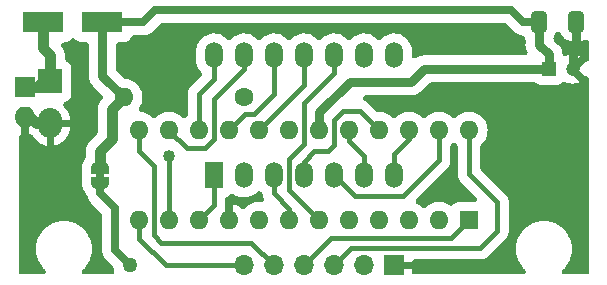
<source format=gbr>
G04 #@! TF.GenerationSoftware,KiCad,Pcbnew,(5.99.0-12936-g328d3d0d77)*
G04 #@! TF.CreationDate,2021-10-24T19:14:53+02:00*
G04 #@! TF.ProjectId,FSP-Display6S,4653502d-4469-4737-906c-617936532e6b,v1.0*
G04 #@! TF.SameCoordinates,Original*
G04 #@! TF.FileFunction,Copper,L2,Bot*
G04 #@! TF.FilePolarity,Positive*
%FSLAX46Y46*%
G04 Gerber Fmt 4.6, Leading zero omitted, Abs format (unit mm)*
G04 Created by KiCad (PCBNEW (5.99.0-12936-g328d3d0d77)) date 2021-10-24 19:14:53*
%MOMM*%
%LPD*%
G01*
G04 APERTURE LIST*
G04 Aperture macros list*
%AMRoundRect*
0 Rectangle with rounded corners*
0 $1 Rounding radius*
0 $2 $3 $4 $5 $6 $7 $8 $9 X,Y pos of 4 corners*
0 Add a 4 corners polygon primitive as box body*
4,1,4,$2,$3,$4,$5,$6,$7,$8,$9,$2,$3,0*
0 Add four circle primitives for the rounded corners*
1,1,$1+$1,$2,$3*
1,1,$1+$1,$4,$5*
1,1,$1+$1,$6,$7*
1,1,$1+$1,$8,$9*
0 Add four rect primitives between the rounded corners*
20,1,$1+$1,$2,$3,$4,$5,0*
20,1,$1+$1,$4,$5,$6,$7,0*
20,1,$1+$1,$6,$7,$8,$9,0*
20,1,$1+$1,$8,$9,$2,$3,0*%
%AMFreePoly0*
4,1,22,0.500000,-0.750000,0.000000,-0.750000,0.000000,-0.745033,-0.079941,-0.743568,-0.215256,-0.701293,-0.333266,-0.622738,-0.424486,-0.514219,-0.481581,-0.384460,-0.499164,-0.250000,-0.500000,-0.250000,-0.500000,0.250000,-0.499164,0.250000,-0.499963,0.256109,-0.478152,0.396186,-0.417904,0.524511,-0.324060,0.630769,-0.204165,0.706417,-0.067858,0.745374,0.000000,0.744959,0.000000,0.750000,
0.500000,0.750000,0.500000,-0.750000,0.500000,-0.750000,$1*%
%AMFreePoly1*
4,1,20,0.000000,0.744959,0.073905,0.744508,0.209726,0.703889,0.328688,0.626782,0.421226,0.519385,0.479903,0.390333,0.500000,0.250000,0.500000,-0.250000,0.499851,-0.262216,0.476331,-0.402017,0.414519,-0.529596,0.319384,-0.634700,0.198574,-0.708877,0.061801,-0.746166,0.000000,-0.745033,0.000000,-0.750000,-0.500000,-0.750000,-0.500000,0.750000,0.000000,0.750000,0.000000,0.744959,
0.000000,0.744959,$1*%
G04 Aperture macros list end*
G04 #@! TA.AperFunction,ComponentPad*
%ADD10R,1.501140X2.199640*%
G04 #@! TD*
G04 #@! TA.AperFunction,ComponentPad*
%ADD11O,1.501140X2.199640*%
G04 #@! TD*
G04 #@! TA.AperFunction,ComponentPad*
%ADD12C,1.600000*%
G04 #@! TD*
G04 #@! TA.AperFunction,ComponentPad*
%ADD13O,1.600000X1.600000*%
G04 #@! TD*
G04 #@! TA.AperFunction,ComponentPad*
%ADD14R,1.778000X1.778000*%
G04 #@! TD*
G04 #@! TA.AperFunction,ComponentPad*
%ADD15O,1.778000X1.778000*%
G04 #@! TD*
G04 #@! TA.AperFunction,ComponentPad*
%ADD16R,1.200000X1.200000*%
G04 #@! TD*
G04 #@! TA.AperFunction,ComponentPad*
%ADD17C,1.200000*%
G04 #@! TD*
G04 #@! TA.AperFunction,ComponentPad*
%ADD18R,1.600000X1.600000*%
G04 #@! TD*
G04 #@! TA.AperFunction,SMDPad,CuDef*
%ADD19R,3.500000X1.800000*%
G04 #@! TD*
G04 #@! TA.AperFunction,SMDPad,CuDef*
%ADD20RoundRect,0.250000X-0.412500X-0.650000X0.412500X-0.650000X0.412500X0.650000X-0.412500X0.650000X0*%
G04 #@! TD*
G04 #@! TA.AperFunction,ComponentPad*
%ADD21R,1.700000X1.700000*%
G04 #@! TD*
G04 #@! TA.AperFunction,ComponentPad*
%ADD22O,1.700000X1.700000*%
G04 #@! TD*
G04 #@! TA.AperFunction,SMDPad,CuDef*
%ADD23FreePoly0,90.000000*%
G04 #@! TD*
G04 #@! TA.AperFunction,SMDPad,CuDef*
%ADD24FreePoly1,90.000000*%
G04 #@! TD*
G04 #@! TA.AperFunction,ComponentPad*
%ADD25R,2.032000X2.032000*%
G04 #@! TD*
G04 #@! TA.AperFunction,ComponentPad*
%ADD26O,2.032000X2.540000*%
G04 #@! TD*
G04 #@! TA.AperFunction,ViaPad*
%ADD27C,1.016000*%
G04 #@! TD*
G04 #@! TA.AperFunction,ViaPad*
%ADD28C,1.270000*%
G04 #@! TD*
G04 #@! TA.AperFunction,Conductor*
%ADD29C,0.635000*%
G04 #@! TD*
G04 #@! TA.AperFunction,Conductor*
%ADD30C,0.762000*%
G04 #@! TD*
G04 #@! TA.AperFunction,Conductor*
%ADD31C,0.889000*%
G04 #@! TD*
G04 #@! TA.AperFunction,Conductor*
%ADD32C,0.381000*%
G04 #@! TD*
G04 APERTURE END LIST*
G36*
X49068000Y-43430000D02*
G01*
X48468000Y-43430000D01*
X48468000Y-42930000D01*
X49068000Y-42930000D01*
X49068000Y-43430000D01*
G37*
D10*
X58420000Y-43180000D03*
D11*
X60960000Y-43180000D03*
X63500000Y-43180000D03*
X66040000Y-43180000D03*
X68580000Y-43180000D03*
X71120000Y-43180000D03*
X73660000Y-43180000D03*
X73660000Y-33020000D03*
X71120000Y-33020000D03*
X68580000Y-33020000D03*
X66040000Y-33020000D03*
X63500000Y-33020000D03*
X60960000Y-33020000D03*
X58420000Y-33020000D03*
D12*
X60960000Y-36576000D03*
D13*
X50800000Y-36576000D03*
D14*
X42418000Y-35687000D03*
D15*
X42418000Y-38227000D03*
D16*
X86784409Y-34163000D03*
D17*
X88784409Y-34163000D03*
D18*
X80015000Y-46980000D03*
D13*
X77475000Y-46980000D03*
X74935000Y-46980000D03*
X72395000Y-46980000D03*
X69855000Y-46980000D03*
X67315000Y-46980000D03*
X64775000Y-46980000D03*
X62235000Y-46980000D03*
X59695000Y-46980000D03*
X57155000Y-46980000D03*
X54615000Y-46980000D03*
X52075000Y-46980000D03*
X52075000Y-39360000D03*
X54615000Y-39360000D03*
X57155000Y-39360000D03*
X59695000Y-39360000D03*
X62235000Y-39360000D03*
X64775000Y-39360000D03*
X67315000Y-39360000D03*
X69855000Y-39360000D03*
X72395000Y-39360000D03*
X74935000Y-39360000D03*
X77475000Y-39360000D03*
X80015000Y-39360000D03*
D19*
X48982000Y-30226000D03*
X43982000Y-30226000D03*
D20*
X85940500Y-30226000D03*
X89065500Y-30226000D03*
D21*
X73660000Y-50800000D03*
D22*
X71120000Y-50800000D03*
X68580000Y-50800000D03*
X66040000Y-50800000D03*
X63500000Y-50800000D03*
X60960000Y-50800000D03*
D23*
X48768000Y-43830000D03*
D24*
X48768000Y-42530000D03*
D25*
X44577000Y-35204400D03*
D26*
X44577000Y-38777000D03*
D27*
X54610000Y-41529000D03*
X79121000Y-44323000D03*
X51054000Y-32893000D03*
X82804000Y-32385000D03*
D28*
X51308000Y-50800000D03*
D29*
X84582000Y-30226000D02*
X85940500Y-30226000D01*
X48982000Y-30226000D02*
X52451000Y-30226000D01*
D30*
X69913500Y-35242500D02*
X67315000Y-37841000D01*
X48982000Y-34758003D02*
X50799998Y-36576001D01*
D31*
X50799998Y-36576002D02*
X49784000Y-37592000D01*
D29*
X52451000Y-30226000D02*
X53467000Y-29210000D01*
D30*
X48982000Y-30226000D02*
X48982000Y-34758003D01*
X75120500Y-35242500D02*
X69913500Y-35242500D01*
D31*
X49784000Y-37592000D02*
X49784000Y-40132000D01*
D29*
X83566000Y-29210000D02*
X84582000Y-30226000D01*
D30*
X76200000Y-34163000D02*
X75120500Y-35242500D01*
X85940500Y-32092500D02*
X85940500Y-30226000D01*
X86784401Y-34163000D02*
X86784401Y-32936401D01*
X86784401Y-34163000D02*
X76200000Y-34163000D01*
D31*
X48768000Y-41148000D02*
X48768000Y-42530000D01*
D30*
X67315000Y-37841000D02*
X67315000Y-39360000D01*
D31*
X49784000Y-40132000D02*
X48768000Y-41148000D01*
D30*
X86784401Y-32936401D02*
X85940500Y-32092500D01*
D29*
X53467000Y-29210000D02*
X83566000Y-29210000D01*
D32*
X53340000Y-48260000D02*
X53340000Y-42408000D01*
X53340000Y-42408000D02*
X52075000Y-41143000D01*
X61595000Y-48895000D02*
X53975000Y-48895000D01*
X52075000Y-41143000D02*
X52075000Y-39360000D01*
X53975000Y-48895000D02*
X53340000Y-48260000D01*
X63500000Y-50800000D02*
X61595000Y-48895000D01*
X78486000Y-48514000D02*
X68326000Y-48514000D01*
X80015000Y-46985000D02*
X78486000Y-48514000D01*
X68326000Y-48514000D02*
X66040000Y-50800000D01*
X54610000Y-41529000D02*
X54610000Y-46975000D01*
X64770000Y-41783000D02*
X66040000Y-40513000D01*
X68580000Y-34544000D02*
X68580000Y-33020000D01*
X64770000Y-44450000D02*
X64770000Y-41783000D01*
X66040000Y-37084000D02*
X68580000Y-34544000D01*
X67300000Y-46980000D02*
X64770000Y-44450000D01*
X66040000Y-40513000D02*
X66040000Y-37084000D01*
X64775000Y-46980000D02*
X64775000Y-45979000D01*
X63500000Y-44704000D02*
X63500000Y-43180000D01*
X64775000Y-45979000D02*
X63500000Y-44704000D01*
X58420000Y-43180000D02*
X58420000Y-45715000D01*
X58420000Y-45715000D02*
X57155000Y-46980000D01*
X52075000Y-46980000D02*
X52075000Y-48519000D01*
X54356000Y-50800000D02*
X60960000Y-50800000D01*
X52075000Y-48519000D02*
X54356000Y-50800000D01*
X58420000Y-40132000D02*
X58420000Y-36703000D01*
X58420000Y-36703000D02*
X60960000Y-34163000D01*
X57658000Y-40894000D02*
X58420000Y-40132000D01*
X60960000Y-34163000D02*
X60960000Y-33020000D01*
X56134000Y-40894000D02*
X57658000Y-40894000D01*
X54615000Y-39375000D02*
X56134000Y-40894000D01*
X61082000Y-37973000D02*
X61849000Y-37973000D01*
X59695000Y-39360000D02*
X61082000Y-37973000D01*
X61849000Y-37973000D02*
X63500000Y-36322000D01*
X63500000Y-36322000D02*
X63500000Y-33020000D01*
X69855000Y-39360000D02*
X69855000Y-40264000D01*
X71120000Y-41529000D02*
X71120000Y-43180000D01*
X69855000Y-40264000D02*
X71120000Y-41529000D01*
X74422000Y-44958000D02*
X77475000Y-41905000D01*
X70358000Y-44958000D02*
X74422000Y-44958000D01*
X77475000Y-41905000D02*
X77475000Y-39360000D01*
X68580000Y-43180000D02*
X70358000Y-44958000D01*
X68580000Y-40640000D02*
X68580000Y-38481000D01*
X66929000Y-41148000D02*
X68072000Y-41148000D01*
X69342000Y-37719000D02*
X70754000Y-37719000D01*
X70754000Y-37719000D02*
X72395000Y-39360000D01*
X68580000Y-38481000D02*
X69342000Y-37719000D01*
X66040000Y-43180000D02*
X66040000Y-42037000D01*
X68072000Y-41148000D02*
X68580000Y-40640000D01*
X66040000Y-42037000D02*
X66929000Y-41148000D01*
X58420000Y-35052000D02*
X58420000Y-33020000D01*
X57155000Y-39360000D02*
X57155000Y-36317000D01*
X57155000Y-36317000D02*
X58420000Y-35052000D01*
X66040000Y-35555000D02*
X62235000Y-39360000D01*
X66040000Y-33020000D02*
X66040000Y-35555000D01*
X74935000Y-40127000D02*
X73660000Y-41402000D01*
X74935000Y-39360000D02*
X74935000Y-40127000D01*
X73660000Y-41402000D02*
X73660000Y-43180000D01*
D30*
X88784401Y-32881599D02*
X88784401Y-34163000D01*
D31*
X43349000Y-38777000D02*
X44577000Y-38777000D01*
D30*
X89065500Y-30226000D02*
X89065500Y-32600500D01*
X89065500Y-32600500D02*
X88784401Y-32881599D01*
D31*
X42799000Y-38227000D02*
X43349000Y-38777000D01*
X44577000Y-33020000D02*
X44577000Y-35204400D01*
X43982000Y-30226000D02*
X43982000Y-32425000D01*
X44577000Y-35204400D02*
X43916600Y-35204400D01*
X43916600Y-35204400D02*
X43434000Y-35687000D01*
X43982000Y-32425000D02*
X44577000Y-33020000D01*
X43434000Y-35687000D02*
X42418000Y-35687000D01*
D32*
X82423000Y-45466000D02*
X80015000Y-43058000D01*
X68580000Y-50800000D02*
X70040500Y-49339500D01*
X82423000Y-47879000D02*
X82423000Y-45466000D01*
X80015000Y-43058000D02*
X80015000Y-39360000D01*
X80962500Y-49339500D02*
X82423000Y-47879000D01*
X70040500Y-49339500D02*
X80962500Y-49339500D01*
D29*
X51308000Y-50800000D02*
X50038000Y-49530000D01*
X50038000Y-45974000D02*
X48768000Y-44704000D01*
X48768000Y-44704000D02*
X48768000Y-43830000D01*
X50038000Y-49530000D02*
X50038000Y-45974000D01*
G04 #@! TA.AperFunction,Conductor*
G36*
X46578559Y-31578346D02*
G01*
X46660685Y-31633118D01*
X46745798Y-31718082D01*
X46745802Y-31718085D01*
X46756201Y-31728466D01*
X46768705Y-31736174D01*
X46768707Y-31736175D01*
X46895054Y-31814056D01*
X46895059Y-31814058D01*
X46907560Y-31821764D01*
X47076322Y-31877741D01*
X47181334Y-31888500D01*
X47585500Y-31888500D01*
X47682319Y-31907758D01*
X47764398Y-31962602D01*
X47819242Y-32044681D01*
X47838500Y-32141500D01*
X47838500Y-34711041D01*
X47837958Y-34727589D01*
X47833994Y-34788064D01*
X47835357Y-34799579D01*
X47835357Y-34799582D01*
X47844193Y-34874231D01*
X47844885Y-34880808D01*
X47852831Y-34967282D01*
X47855978Y-34978441D01*
X47855988Y-34978495D01*
X47856275Y-34980387D01*
X47856862Y-34983339D01*
X47857325Y-34985213D01*
X47857334Y-34985257D01*
X47858697Y-34996768D01*
X47862134Y-35007837D01*
X47884432Y-35079651D01*
X47886311Y-35085994D01*
X47909877Y-35169552D01*
X47915005Y-35179951D01*
X47915025Y-35180003D01*
X47915658Y-35181828D01*
X47916763Y-35184598D01*
X47917559Y-35186355D01*
X47917581Y-35186409D01*
X47921018Y-35197476D01*
X47926414Y-35207732D01*
X47961436Y-35274300D01*
X47964429Y-35280173D01*
X48002829Y-35358040D01*
X48009771Y-35367336D01*
X48009788Y-35367364D01*
X48010747Y-35369050D01*
X48012345Y-35371582D01*
X48013452Y-35373171D01*
X48013466Y-35373193D01*
X48018871Y-35383466D01*
X48072156Y-35451056D01*
X48072587Y-35451603D01*
X48076622Y-35456862D01*
X48121627Y-35517132D01*
X48121635Y-35517141D01*
X48128573Y-35526432D01*
X48137091Y-35534306D01*
X48187122Y-35580554D01*
X48194284Y-35587440D01*
X48956591Y-36349747D01*
X49011435Y-36431826D01*
X49030693Y-36528645D01*
X49011435Y-36625464D01*
X48962442Y-36698787D01*
X48963708Y-36699939D01*
X48913198Y-36755449D01*
X48904969Y-36764075D01*
X48891866Y-36777178D01*
X48888261Y-36781490D01*
X48888258Y-36781493D01*
X48877591Y-36794251D01*
X48870622Y-36802240D01*
X48845572Y-36829770D01*
X48818702Y-36859299D01*
X48812714Y-36868845D01*
X48806665Y-36876814D01*
X48801802Y-36883508D01*
X48796095Y-36891720D01*
X48788867Y-36900364D01*
X48783285Y-36910150D01*
X48783283Y-36910153D01*
X48750651Y-36967362D01*
X48745210Y-36976453D01*
X48710197Y-37032269D01*
X48710193Y-37032277D01*
X48704208Y-37041818D01*
X48700008Y-37052265D01*
X48695482Y-37061148D01*
X48691848Y-37068666D01*
X48687696Y-37077735D01*
X48682116Y-37087518D01*
X48678356Y-37098136D01*
X48656363Y-37160241D01*
X48652618Y-37170152D01*
X48643646Y-37192470D01*
X48623845Y-37241728D01*
X48621558Y-37252770D01*
X48618657Y-37262380D01*
X48616433Y-37270344D01*
X48613953Y-37280002D01*
X48610194Y-37290618D01*
X48608374Y-37301734D01*
X48597729Y-37366741D01*
X48595797Y-37377163D01*
X48582035Y-37443616D01*
X48580152Y-37452710D01*
X48579618Y-37461978D01*
X48579013Y-37472461D01*
X48577903Y-37482522D01*
X48577198Y-37492115D01*
X48575376Y-37503245D01*
X48575553Y-37514515D01*
X48576969Y-37604658D01*
X48577000Y-37608632D01*
X48577000Y-39527248D01*
X48557742Y-39624067D01*
X48502898Y-39706146D01*
X47982630Y-40226414D01*
X47957749Y-40248234D01*
X47947708Y-40255939D01*
X47940129Y-40264268D01*
X47940126Y-40264271D01*
X47897198Y-40311449D01*
X47888969Y-40320075D01*
X47875866Y-40333178D01*
X47872261Y-40337490D01*
X47872258Y-40337493D01*
X47861591Y-40350251D01*
X47854622Y-40358240D01*
X47802702Y-40415299D01*
X47796714Y-40424845D01*
X47790665Y-40432814D01*
X47785802Y-40439508D01*
X47780095Y-40447720D01*
X47772867Y-40456364D01*
X47767285Y-40466150D01*
X47767283Y-40466153D01*
X47734651Y-40523362D01*
X47729210Y-40532453D01*
X47694197Y-40588269D01*
X47694193Y-40588277D01*
X47688208Y-40597818D01*
X47684008Y-40608265D01*
X47679482Y-40617148D01*
X47675848Y-40624666D01*
X47671696Y-40633735D01*
X47666116Y-40643518D01*
X47662356Y-40654136D01*
X47640363Y-40716241D01*
X47636618Y-40726152D01*
X47607845Y-40797728D01*
X47605558Y-40808770D01*
X47602657Y-40818380D01*
X47600433Y-40826344D01*
X47597953Y-40836002D01*
X47594194Y-40846618D01*
X47592374Y-40857734D01*
X47581729Y-40922741D01*
X47579797Y-40933163D01*
X47566035Y-40999616D01*
X47564152Y-41008710D01*
X47563618Y-41017978D01*
X47563013Y-41028461D01*
X47561903Y-41038522D01*
X47561198Y-41048115D01*
X47559376Y-41059245D01*
X47559553Y-41070515D01*
X47560969Y-41160658D01*
X47561000Y-41164632D01*
X47561000Y-41607271D01*
X47541742Y-41704090D01*
X47502894Y-41768594D01*
X47493138Y-41780380D01*
X47489134Y-41786558D01*
X47416139Y-41899174D01*
X47416118Y-41899207D01*
X47415238Y-41900565D01*
X47394489Y-41934469D01*
X47390931Y-41942724D01*
X47390929Y-41942728D01*
X47328770Y-42086947D01*
X47323938Y-42098159D01*
X47321831Y-42105203D01*
X47321830Y-42105207D01*
X47300743Y-42175720D01*
X47282902Y-42235377D01*
X47282474Y-42236956D01*
X47282470Y-42236970D01*
X47276627Y-42258527D01*
X47272505Y-42273733D01*
X47250730Y-42450645D01*
X47250685Y-42458001D01*
X47250685Y-42458002D01*
X47249891Y-42588052D01*
X47249855Y-42593866D01*
X47249887Y-42595464D01*
X47250260Y-42614362D01*
X47250309Y-42619360D01*
X47250309Y-43030000D01*
X47250790Y-43035495D01*
X47250790Y-43035501D01*
X47261972Y-43163308D01*
X47260644Y-43163424D01*
X47262812Y-43223027D01*
X47250309Y-43330000D01*
X47250309Y-43818827D01*
X47250304Y-43820373D01*
X47249855Y-43893866D01*
X47250641Y-43933602D01*
X47252094Y-43942490D01*
X47278080Y-44101466D01*
X47279395Y-44109514D01*
X47318752Y-44247223D01*
X47330660Y-44285144D01*
X47334540Y-44293247D01*
X47334541Y-44293251D01*
X47404111Y-44438563D01*
X47407631Y-44445916D01*
X47484057Y-44567044D01*
X47506132Y-44600102D01*
X47537169Y-44634713D01*
X47599520Y-44704244D01*
X47625133Y-44732807D01*
X47627807Y-44735168D01*
X47682328Y-44816100D01*
X47700811Y-44889773D01*
X47702660Y-44909152D01*
X47706047Y-44920697D01*
X47706048Y-44920702D01*
X47717909Y-44961129D01*
X47722474Y-44979106D01*
X47724294Y-44987561D01*
X47733871Y-45032045D01*
X47738584Y-45043121D01*
X47738587Y-45043131D01*
X47743670Y-45055077D01*
X47753634Y-45082906D01*
X47757283Y-45095345D01*
X47757285Y-45095350D01*
X47760674Y-45106902D01*
X47766188Y-45117608D01*
X47785474Y-45155056D01*
X47793351Y-45171834D01*
X47807540Y-45205179D01*
X47814560Y-45221676D01*
X47821285Y-45231665D01*
X47828527Y-45242422D01*
X47843577Y-45267869D01*
X47855034Y-45290114D01*
X47862470Y-45299580D01*
X47862471Y-45299582D01*
X47878710Y-45320255D01*
X47886596Y-45330293D01*
X47888491Y-45332706D01*
X47899390Y-45347679D01*
X47929651Y-45392627D01*
X47933295Y-45396646D01*
X47947866Y-45411217D01*
X47967925Y-45433830D01*
X47982337Y-45452177D01*
X48019935Y-45484803D01*
X48024655Y-45488899D01*
X48037736Y-45501087D01*
X48883898Y-46347249D01*
X48938742Y-46429328D01*
X48958000Y-46526147D01*
X48958000Y-49429647D01*
X48957573Y-49441290D01*
X48956000Y-49450543D01*
X48956263Y-49462586D01*
X48957940Y-49539426D01*
X48958000Y-49544947D01*
X48958000Y-49581495D01*
X48958572Y-49587485D01*
X48958858Y-49593502D01*
X48958793Y-49593505D01*
X48959315Y-49602433D01*
X48960497Y-49656578D01*
X48963031Y-49668351D01*
X48963032Y-49668355D01*
X48965761Y-49681032D01*
X48970283Y-49710239D01*
X48972660Y-49735152D01*
X48976047Y-49746697D01*
X48976048Y-49746702D01*
X48987909Y-49787129D01*
X48992474Y-49805106D01*
X49003871Y-49858045D01*
X49008584Y-49869121D01*
X49008587Y-49869131D01*
X49013670Y-49881077D01*
X49023634Y-49908906D01*
X49027283Y-49921345D01*
X49027285Y-49921350D01*
X49030674Y-49932902D01*
X49036188Y-49943608D01*
X49055474Y-49981056D01*
X49063351Y-49997834D01*
X49078271Y-50032896D01*
X49084560Y-50047676D01*
X49091285Y-50057665D01*
X49098527Y-50068422D01*
X49113577Y-50093869D01*
X49125034Y-50116114D01*
X49132470Y-50125580D01*
X49132471Y-50125582D01*
X49158491Y-50158706D01*
X49169390Y-50173679D01*
X49199651Y-50218627D01*
X49203295Y-50222646D01*
X49217866Y-50237217D01*
X49237925Y-50259830D01*
X49252337Y-50278177D01*
X49287892Y-50309030D01*
X49294655Y-50314899D01*
X49307736Y-50327087D01*
X49851267Y-50870618D01*
X49906111Y-50952697D01*
X49917786Y-50995515D01*
X49919357Y-50995161D01*
X49969878Y-51219342D01*
X49973784Y-51228961D01*
X49975158Y-51233346D01*
X49985732Y-51331494D01*
X49957942Y-51426217D01*
X49896018Y-51503095D01*
X49809388Y-51550424D01*
X49733734Y-51562000D01*
X47513433Y-51562000D01*
X47416614Y-51542742D01*
X47334535Y-51487898D01*
X47279691Y-51405819D01*
X47260433Y-51309000D01*
X47279691Y-51212181D01*
X47334535Y-51130102D01*
X47346618Y-51118785D01*
X47387895Y-51082586D01*
X47394122Y-51077125D01*
X47466003Y-50995161D01*
X47592857Y-50850512D01*
X47592858Y-50850511D01*
X47598317Y-50844286D01*
X47602913Y-50837407D01*
X47602918Y-50837401D01*
X47765771Y-50593673D01*
X47765774Y-50593669D01*
X47770373Y-50586785D01*
X47907347Y-50309030D01*
X47915809Y-50284102D01*
X48004231Y-50023619D01*
X48004232Y-50023614D01*
X48006894Y-50015773D01*
X48067312Y-49712031D01*
X48068396Y-49695503D01*
X48087025Y-49411270D01*
X48087567Y-49403001D01*
X48085011Y-49364004D01*
X48067854Y-49102234D01*
X48067853Y-49102228D01*
X48067312Y-49093971D01*
X48006894Y-48790229D01*
X47981407Y-48715144D01*
X47910010Y-48504816D01*
X47910008Y-48504812D01*
X47907347Y-48496972D01*
X47877524Y-48436496D01*
X47783626Y-48246091D01*
X47770373Y-48219217D01*
X47765771Y-48212329D01*
X47602918Y-47968601D01*
X47602913Y-47968595D01*
X47598317Y-47961716D01*
X47581027Y-47942000D01*
X47399583Y-47735104D01*
X47394122Y-47728877D01*
X47161283Y-47524682D01*
X46903783Y-47352626D01*
X46645358Y-47225185D01*
X46633453Y-47219314D01*
X46633452Y-47219314D01*
X46626027Y-47215652D01*
X46618187Y-47212991D01*
X46618183Y-47212989D01*
X46340616Y-47118768D01*
X46340611Y-47118767D01*
X46332770Y-47116105D01*
X46029028Y-47055687D01*
X46020771Y-47055146D01*
X46020765Y-47055145D01*
X45728267Y-47035974D01*
X45719998Y-47035432D01*
X45711729Y-47035974D01*
X45419231Y-47055145D01*
X45419225Y-47055146D01*
X45410968Y-47055687D01*
X45107226Y-47116105D01*
X45099385Y-47118767D01*
X45099380Y-47118768D01*
X44821813Y-47212989D01*
X44821809Y-47212991D01*
X44813969Y-47215652D01*
X44536214Y-47352626D01*
X44529330Y-47357225D01*
X44529326Y-47357228D01*
X44285598Y-47520081D01*
X44285592Y-47520086D01*
X44278713Y-47524682D01*
X44045874Y-47728877D01*
X44040413Y-47735104D01*
X43858970Y-47942000D01*
X43841679Y-47961716D01*
X43837083Y-47968595D01*
X43837078Y-47968601D01*
X43674225Y-48212329D01*
X43669623Y-48219217D01*
X43656370Y-48246091D01*
X43562473Y-48436496D01*
X43532649Y-48496972D01*
X43529988Y-48504812D01*
X43529986Y-48504816D01*
X43458590Y-48715144D01*
X43433102Y-48790229D01*
X43372684Y-49093971D01*
X43372143Y-49102228D01*
X43372142Y-49102234D01*
X43354985Y-49364004D01*
X43352429Y-49403001D01*
X43352971Y-49411270D01*
X43371601Y-49695503D01*
X43372684Y-49712031D01*
X43433102Y-50015773D01*
X43435764Y-50023614D01*
X43435765Y-50023619D01*
X43524187Y-50284102D01*
X43532649Y-50309030D01*
X43669623Y-50586785D01*
X43674222Y-50593669D01*
X43674225Y-50593673D01*
X43837078Y-50837401D01*
X43837083Y-50837407D01*
X43841679Y-50844286D01*
X43847138Y-50850511D01*
X43847139Y-50850512D01*
X43973993Y-50995161D01*
X44045874Y-51077125D01*
X44052101Y-51082586D01*
X44093378Y-51118785D01*
X44153472Y-51197101D01*
X44179021Y-51292453D01*
X44166136Y-51390324D01*
X44116778Y-51475815D01*
X44038462Y-51535909D01*
X43943110Y-51561458D01*
X43926563Y-51562000D01*
X42163000Y-51562000D01*
X42066181Y-51542742D01*
X41984102Y-51487898D01*
X41929258Y-51405819D01*
X41910000Y-51309000D01*
X41910000Y-39959508D01*
X41929258Y-39862689D01*
X41984102Y-39780610D01*
X42066181Y-39725766D01*
X42075435Y-39722145D01*
X42096928Y-39714216D01*
X42099973Y-39707610D01*
X42100500Y-39703159D01*
X42100500Y-38162500D01*
X42119758Y-38065681D01*
X42174602Y-37983602D01*
X42256681Y-37928758D01*
X42353500Y-37909500D01*
X42482500Y-37909500D01*
X42579319Y-37928758D01*
X42661398Y-37983602D01*
X42716242Y-38065681D01*
X42735500Y-38162500D01*
X42735500Y-39693162D01*
X42739634Y-39713946D01*
X42745555Y-39715124D01*
X42750002Y-39714597D01*
X42841132Y-39692719D01*
X42939772Y-39688844D01*
X43032386Y-39723011D01*
X43104875Y-39790019D01*
X43115912Y-39806537D01*
X43231988Y-39995956D01*
X43243640Y-40011994D01*
X43399501Y-40194484D01*
X43413516Y-40208499D01*
X43596006Y-40364360D01*
X43612044Y-40376012D01*
X43816674Y-40501409D01*
X43834319Y-40510401D01*
X44056061Y-40602249D01*
X44074890Y-40608367D01*
X44235272Y-40646871D01*
X44256445Y-40647703D01*
X44258973Y-40642220D01*
X44259500Y-40637765D01*
X44259500Y-40627770D01*
X44894500Y-40627770D01*
X44898634Y-40648554D01*
X44904556Y-40649732D01*
X44909009Y-40649205D01*
X45079110Y-40608367D01*
X45097939Y-40602249D01*
X45319681Y-40510401D01*
X45337326Y-40501409D01*
X45541956Y-40376012D01*
X45557994Y-40364360D01*
X45740484Y-40208499D01*
X45754499Y-40194484D01*
X45910360Y-40011994D01*
X45922012Y-39995956D01*
X46047409Y-39791326D01*
X46056401Y-39773681D01*
X46148246Y-39551946D01*
X46154370Y-39533096D01*
X46210393Y-39299747D01*
X46213496Y-39280156D01*
X46226672Y-39112741D01*
X46223866Y-39098634D01*
X46203082Y-39094500D01*
X44919418Y-39094500D01*
X44898634Y-39098634D01*
X44894500Y-39119418D01*
X44894500Y-40627770D01*
X44259500Y-40627770D01*
X44259500Y-38712500D01*
X44278758Y-38615681D01*
X44333602Y-38533602D01*
X44415681Y-38478758D01*
X44512500Y-38459500D01*
X46203082Y-38459500D01*
X46223866Y-38455366D01*
X46226672Y-38441259D01*
X46213496Y-38273844D01*
X46210393Y-38254253D01*
X46154370Y-38020904D01*
X46148246Y-38002054D01*
X46056401Y-37780319D01*
X46047409Y-37762674D01*
X45922012Y-37558044D01*
X45910360Y-37542006D01*
X45754499Y-37359516D01*
X45752077Y-37357094D01*
X45750807Y-37355193D01*
X45748043Y-37351957D01*
X45748426Y-37351630D01*
X45697233Y-37275015D01*
X45677975Y-37178196D01*
X45697233Y-37081377D01*
X45752077Y-36999298D01*
X45834156Y-36944454D01*
X45850905Y-36938201D01*
X45904708Y-36920251D01*
X45904717Y-36920247D01*
X45918654Y-36915597D01*
X45943270Y-36900364D01*
X46057349Y-36829770D01*
X46057350Y-36829769D01*
X46069850Y-36822034D01*
X46195466Y-36696199D01*
X46203175Y-36683693D01*
X46281056Y-36557346D01*
X46281058Y-36557341D01*
X46288764Y-36544840D01*
X46344741Y-36376078D01*
X46355500Y-36271066D01*
X46355500Y-34137734D01*
X46344468Y-34031410D01*
X46288197Y-33862746D01*
X46194634Y-33711550D01*
X46068799Y-33585934D01*
X46010221Y-33549826D01*
X45917440Y-33492636D01*
X45918075Y-33491606D01*
X45850473Y-33442040D01*
X45799260Y-33357648D01*
X45784000Y-33271111D01*
X45784000Y-33116312D01*
X45786165Y-33083287D01*
X45786345Y-33081922D01*
X45786345Y-33081921D01*
X45787816Y-33070748D01*
X45784281Y-32995785D01*
X45784000Y-32983868D01*
X45784000Y-32965332D01*
X45782020Y-32943144D01*
X45781302Y-32932606D01*
X45778198Y-32866787D01*
X45778198Y-32866786D01*
X45777667Y-32855529D01*
X45775151Y-32844542D01*
X45773797Y-32834661D01*
X45772494Y-32826434D01*
X45770727Y-32816615D01*
X45769726Y-32805395D01*
X45766754Y-32794533D01*
X45766753Y-32794525D01*
X45749372Y-32730994D01*
X45746789Y-32720711D01*
X45745254Y-32714006D01*
X45729566Y-32645509D01*
X45725146Y-32635148D01*
X45722056Y-32625637D01*
X45719346Y-32617852D01*
X45715843Y-32608434D01*
X45712872Y-32597573D01*
X45679661Y-32527945D01*
X45675300Y-32518286D01*
X45661815Y-32486672D01*
X45645033Y-32447326D01*
X45638844Y-32437904D01*
X45634113Y-32429081D01*
X45630065Y-32421897D01*
X45624969Y-32413279D01*
X45620115Y-32403103D01*
X45575093Y-32340448D01*
X45569110Y-32331742D01*
X45535385Y-32280401D01*
X45498326Y-32188906D01*
X45499102Y-32090194D01*
X45537594Y-31999292D01*
X45607943Y-31930040D01*
X45699439Y-31892981D01*
X45746845Y-31888500D01*
X45782666Y-31888500D01*
X45791697Y-31887563D01*
X45875219Y-31878897D01*
X45875220Y-31878897D01*
X45888990Y-31877468D01*
X45902120Y-31873087D01*
X45902122Y-31873087D01*
X46000177Y-31840373D01*
X46057654Y-31821197D01*
X46154931Y-31761000D01*
X46196349Y-31735370D01*
X46196350Y-31735369D01*
X46208850Y-31727634D01*
X46302890Y-31633430D01*
X46384921Y-31578515D01*
X46481724Y-31559172D01*
X46578559Y-31578346D01*
G37*
G04 #@! TD.AperFunction*
G04 #@! TA.AperFunction,Conductor*
G36*
X89226819Y-29927758D02*
G01*
X89308898Y-29982602D01*
X89363742Y-30064681D01*
X89383000Y-30161500D01*
X89383000Y-31736082D01*
X89387134Y-31756866D01*
X89407918Y-31761000D01*
X89534972Y-31761000D01*
X89544897Y-31760610D01*
X89605647Y-31755829D01*
X89628409Y-31751917D01*
X89784095Y-31710202D01*
X89821099Y-31695998D01*
X89822054Y-31698485D01*
X89897165Y-31677306D01*
X89995195Y-31688914D01*
X90081322Y-31737154D01*
X90142431Y-31814681D01*
X90169221Y-31909692D01*
X90170000Y-31929527D01*
X90170000Y-33297792D01*
X90150742Y-33394611D01*
X90095898Y-33476690D01*
X90013819Y-33531534D01*
X89917000Y-33550792D01*
X89884008Y-33544601D01*
X89857148Y-33545184D01*
X89846596Y-33549826D01*
X89251041Y-34145381D01*
X89239268Y-34163000D01*
X89251041Y-34180619D01*
X89838458Y-34768036D01*
X89857103Y-34780494D01*
X89867643Y-34778398D01*
X89966359Y-34778399D01*
X90057560Y-34816176D01*
X90127363Y-34885979D01*
X90165139Y-34977180D01*
X90170000Y-35026537D01*
X90170000Y-51309000D01*
X90150742Y-51405819D01*
X90095898Y-51487898D01*
X90013819Y-51542742D01*
X89917000Y-51562000D01*
X88153433Y-51562000D01*
X88056614Y-51542742D01*
X87974535Y-51487898D01*
X87919691Y-51405819D01*
X87900433Y-51309000D01*
X87919691Y-51212181D01*
X87974535Y-51130102D01*
X87986618Y-51118785D01*
X88027895Y-51082586D01*
X88034122Y-51077125D01*
X88106003Y-50995161D01*
X88232857Y-50850512D01*
X88232858Y-50850511D01*
X88238317Y-50844286D01*
X88242913Y-50837407D01*
X88242918Y-50837401D01*
X88405771Y-50593673D01*
X88405774Y-50593669D01*
X88410373Y-50586785D01*
X88547347Y-50309030D01*
X88555809Y-50284102D01*
X88644231Y-50023619D01*
X88644232Y-50023614D01*
X88646894Y-50015773D01*
X88707312Y-49712031D01*
X88708396Y-49695503D01*
X88727025Y-49411270D01*
X88727567Y-49403001D01*
X88725011Y-49364004D01*
X88707854Y-49102234D01*
X88707853Y-49102228D01*
X88707312Y-49093971D01*
X88646894Y-48790229D01*
X88621407Y-48715144D01*
X88550010Y-48504816D01*
X88550008Y-48504812D01*
X88547347Y-48496972D01*
X88517524Y-48436496D01*
X88423626Y-48246091D01*
X88410373Y-48219217D01*
X88405771Y-48212329D01*
X88242918Y-47968601D01*
X88242913Y-47968595D01*
X88238317Y-47961716D01*
X88221027Y-47942000D01*
X88039583Y-47735104D01*
X88034122Y-47728877D01*
X87801283Y-47524682D01*
X87543783Y-47352626D01*
X87285358Y-47225185D01*
X87273453Y-47219314D01*
X87273452Y-47219314D01*
X87266027Y-47215652D01*
X87258187Y-47212991D01*
X87258183Y-47212989D01*
X86980616Y-47118768D01*
X86980611Y-47118767D01*
X86972770Y-47116105D01*
X86669028Y-47055687D01*
X86660771Y-47055146D01*
X86660765Y-47055145D01*
X86368267Y-47035974D01*
X86359998Y-47035432D01*
X86351729Y-47035974D01*
X86059231Y-47055145D01*
X86059225Y-47055146D01*
X86050968Y-47055687D01*
X85747226Y-47116105D01*
X85739385Y-47118767D01*
X85739380Y-47118768D01*
X85461813Y-47212989D01*
X85461809Y-47212991D01*
X85453969Y-47215652D01*
X85176214Y-47352626D01*
X85169330Y-47357225D01*
X85169326Y-47357228D01*
X84925598Y-47520081D01*
X84925592Y-47520086D01*
X84918713Y-47524682D01*
X84685874Y-47728877D01*
X84680413Y-47735104D01*
X84498970Y-47942000D01*
X84481679Y-47961716D01*
X84477083Y-47968595D01*
X84477078Y-47968601D01*
X84314225Y-48212329D01*
X84309623Y-48219217D01*
X84296370Y-48246091D01*
X84202473Y-48436496D01*
X84172649Y-48496972D01*
X84169988Y-48504812D01*
X84169986Y-48504816D01*
X84098590Y-48715144D01*
X84073102Y-48790229D01*
X84012684Y-49093971D01*
X84012143Y-49102228D01*
X84012142Y-49102234D01*
X83994985Y-49364004D01*
X83992429Y-49403001D01*
X83992971Y-49411270D01*
X84011601Y-49695503D01*
X84012684Y-49712031D01*
X84073102Y-50015773D01*
X84075764Y-50023614D01*
X84075765Y-50023619D01*
X84164187Y-50284102D01*
X84172649Y-50309030D01*
X84309623Y-50586785D01*
X84314222Y-50593669D01*
X84314225Y-50593673D01*
X84477078Y-50837401D01*
X84477083Y-50837407D01*
X84481679Y-50844286D01*
X84487138Y-50850511D01*
X84487139Y-50850512D01*
X84613993Y-50995161D01*
X84685874Y-51077125D01*
X84692101Y-51082586D01*
X84733378Y-51118785D01*
X84793472Y-51197101D01*
X84819021Y-51292453D01*
X84806136Y-51390324D01*
X84756778Y-51475815D01*
X84678462Y-51535909D01*
X84583110Y-51561458D01*
X84566563Y-51562000D01*
X75398000Y-51562000D01*
X75301181Y-51542742D01*
X75219102Y-51487898D01*
X75164258Y-51405819D01*
X75145000Y-51309000D01*
X75145000Y-51142418D01*
X75140866Y-51121634D01*
X75120082Y-51117500D01*
X73595500Y-51117500D01*
X73498681Y-51098242D01*
X73416602Y-51043398D01*
X73361758Y-50961319D01*
X73342500Y-50864500D01*
X73342500Y-50735500D01*
X73361758Y-50638681D01*
X73416602Y-50556602D01*
X73498681Y-50501758D01*
X73595500Y-50482500D01*
X75120082Y-50482500D01*
X75142077Y-50478125D01*
X75149222Y-50467432D01*
X75175107Y-50404941D01*
X75244910Y-50335138D01*
X75336111Y-50297361D01*
X75385469Y-50292500D01*
X80945294Y-50292500D01*
X80952358Y-50292599D01*
X81032656Y-50294842D01*
X81045280Y-50292616D01*
X81045282Y-50292616D01*
X81084432Y-50285713D01*
X81102796Y-50283164D01*
X81111444Y-50282286D01*
X81142362Y-50279146D01*
X81142367Y-50279145D01*
X81155116Y-50277850D01*
X81167350Y-50274016D01*
X81167355Y-50274015D01*
X81173078Y-50272222D01*
X81204795Y-50264490D01*
X81210698Y-50263449D01*
X81210701Y-50263448D01*
X81223321Y-50261223D01*
X81235236Y-50256506D01*
X81235238Y-50256505D01*
X81272197Y-50241872D01*
X81289671Y-50235684D01*
X81327624Y-50223790D01*
X81327629Y-50223788D01*
X81339863Y-50219954D01*
X81356318Y-50210833D01*
X81385838Y-50196879D01*
X81391407Y-50194674D01*
X81391412Y-50194672D01*
X81403332Y-50189952D01*
X81447320Y-50161166D01*
X81463197Y-50151589D01*
X81497988Y-50132304D01*
X81497994Y-50132300D01*
X81509195Y-50126091D01*
X81523485Y-50113843D01*
X81549594Y-50094240D01*
X81557205Y-50089259D01*
X81565335Y-50083939D01*
X81570063Y-50079682D01*
X81603503Y-50046242D01*
X81617755Y-50033044D01*
X81646467Y-50008435D01*
X81646468Y-50008434D01*
X81656195Y-50000097D01*
X81664047Y-49989974D01*
X81664052Y-49989969D01*
X81669079Y-49983488D01*
X81690090Y-49959655D01*
X83084688Y-48565057D01*
X83089753Y-48560132D01*
X83138826Y-48513726D01*
X83148137Y-48504921D01*
X83178298Y-48461847D01*
X83189470Y-48447075D01*
X83222714Y-48406314D01*
X83231435Y-48389631D01*
X83248398Y-48361734D01*
X83251831Y-48356831D01*
X83251833Y-48356828D01*
X83259185Y-48346328D01*
X83280066Y-48298076D01*
X83288044Y-48281349D01*
X83312411Y-48234739D01*
X83315943Y-48222422D01*
X83315945Y-48222417D01*
X83317597Y-48216656D01*
X83328604Y-48185912D01*
X83330988Y-48180404D01*
X83330989Y-48180400D01*
X83336076Y-48168645D01*
X83346829Y-48117172D01*
X83351284Y-48099170D01*
X83353777Y-48090477D01*
X83365776Y-48048632D01*
X83367220Y-48029867D01*
X83371819Y-47997550D01*
X83373680Y-47988642D01*
X83373680Y-47988639D01*
X83375667Y-47979129D01*
X83376000Y-47972776D01*
X83376000Y-47925471D01*
X83376746Y-47906061D01*
X83379645Y-47868382D01*
X83380629Y-47855596D01*
X83377995Y-47834744D01*
X83376000Y-47803036D01*
X83376000Y-45483206D01*
X83376099Y-45476142D01*
X83377281Y-45433831D01*
X83378342Y-45395844D01*
X83376116Y-45383218D01*
X83369213Y-45344068D01*
X83366664Y-45325700D01*
X83362646Y-45286138D01*
X83362645Y-45286133D01*
X83361350Y-45273384D01*
X83357516Y-45261150D01*
X83357515Y-45261145D01*
X83355722Y-45255422D01*
X83347990Y-45223705D01*
X83346949Y-45217802D01*
X83346948Y-45217799D01*
X83344723Y-45205179D01*
X83340005Y-45193262D01*
X83325372Y-45156303D01*
X83319184Y-45138829D01*
X83307290Y-45100876D01*
X83307288Y-45100871D01*
X83303454Y-45088637D01*
X83294333Y-45072182D01*
X83280379Y-45042662D01*
X83278170Y-45037084D01*
X83278169Y-45037083D01*
X83273452Y-45025168D01*
X83265015Y-45012274D01*
X83244661Y-44981171D01*
X83235082Y-44965292D01*
X83232775Y-44961129D01*
X83209591Y-44919305D01*
X83197339Y-44905010D01*
X83177743Y-44878909D01*
X83167439Y-44863164D01*
X83163182Y-44858437D01*
X83129742Y-44824997D01*
X83116544Y-44810745D01*
X83091935Y-44782033D01*
X83091934Y-44782032D01*
X83083597Y-44772305D01*
X83073474Y-44764453D01*
X83073469Y-44764448D01*
X83066988Y-44759421D01*
X83043155Y-44738410D01*
X81042102Y-42737357D01*
X80987258Y-42655278D01*
X80968000Y-42558459D01*
X80968000Y-40717520D01*
X80987258Y-40620701D01*
X81042102Y-40538622D01*
X81056689Y-40525138D01*
X81115712Y-40474727D01*
X81123271Y-40468271D01*
X81133441Y-40456364D01*
X81276546Y-40288810D01*
X81276549Y-40288805D01*
X81282998Y-40281255D01*
X81411503Y-40071554D01*
X81505621Y-39844332D01*
X81563036Y-39605185D01*
X81582332Y-39360000D01*
X81563036Y-39114815D01*
X81505621Y-38875668D01*
X81411503Y-38648446D01*
X81282998Y-38438745D01*
X81276549Y-38431195D01*
X81276546Y-38431190D01*
X81129721Y-38259281D01*
X81123271Y-38251729D01*
X81108113Y-38238783D01*
X80943810Y-38098454D01*
X80943805Y-38098451D01*
X80936255Y-38092002D01*
X80726554Y-37963497D01*
X80499332Y-37869379D01*
X80489667Y-37867059D01*
X80489662Y-37867057D01*
X80333071Y-37829463D01*
X80260185Y-37811964D01*
X80015000Y-37792668D01*
X79769815Y-37811964D01*
X79696929Y-37829463D01*
X79540338Y-37867057D01*
X79540333Y-37867059D01*
X79530668Y-37869379D01*
X79303446Y-37963497D01*
X79093745Y-38092002D01*
X79086191Y-38098454D01*
X79086183Y-38098460D01*
X78909311Y-38249523D01*
X78823182Y-38297758D01*
X78725150Y-38309361D01*
X78630141Y-38282566D01*
X78580689Y-38249523D01*
X78403817Y-38098460D01*
X78403809Y-38098454D01*
X78396255Y-38092002D01*
X78186554Y-37963497D01*
X77959332Y-37869379D01*
X77949667Y-37867059D01*
X77949662Y-37867057D01*
X77793071Y-37829463D01*
X77720185Y-37811964D01*
X77475000Y-37792668D01*
X77229815Y-37811964D01*
X77156929Y-37829463D01*
X77000338Y-37867057D01*
X77000333Y-37867059D01*
X76990668Y-37869379D01*
X76763446Y-37963497D01*
X76553745Y-38092002D01*
X76546191Y-38098454D01*
X76546183Y-38098460D01*
X76369311Y-38249523D01*
X76283182Y-38297758D01*
X76185150Y-38309361D01*
X76090141Y-38282566D01*
X76040689Y-38249523D01*
X75863817Y-38098460D01*
X75863809Y-38098454D01*
X75856255Y-38092002D01*
X75646554Y-37963497D01*
X75419332Y-37869379D01*
X75409667Y-37867059D01*
X75409662Y-37867057D01*
X75253071Y-37829463D01*
X75180185Y-37811964D01*
X74935000Y-37792668D01*
X74689815Y-37811964D01*
X74616929Y-37829463D01*
X74460338Y-37867057D01*
X74460333Y-37867059D01*
X74450668Y-37869379D01*
X74223446Y-37963497D01*
X74013745Y-38092002D01*
X74006191Y-38098454D01*
X74006183Y-38098460D01*
X73829311Y-38249523D01*
X73743182Y-38297758D01*
X73645150Y-38309361D01*
X73550141Y-38282566D01*
X73500689Y-38249523D01*
X73323817Y-38098460D01*
X73323809Y-38098454D01*
X73316255Y-38092002D01*
X73106554Y-37963497D01*
X72879332Y-37869379D01*
X72869667Y-37867059D01*
X72869662Y-37867057D01*
X72713071Y-37829463D01*
X72640185Y-37811964D01*
X72395000Y-37792668D01*
X72307709Y-37799538D01*
X72209678Y-37787935D01*
X72123549Y-37739701D01*
X72108961Y-37726216D01*
X71440057Y-37057312D01*
X71435132Y-37052247D01*
X71388726Y-37003174D01*
X71379921Y-36993863D01*
X71336847Y-36963702D01*
X71322075Y-36952530D01*
X71281314Y-36919286D01*
X71264631Y-36910565D01*
X71236734Y-36893602D01*
X71231831Y-36890169D01*
X71231828Y-36890167D01*
X71221328Y-36882815D01*
X71194467Y-36871191D01*
X71113260Y-36815065D01*
X71059713Y-36732134D01*
X71041978Y-36635024D01*
X71062756Y-36538520D01*
X71118882Y-36457313D01*
X71201813Y-36403766D01*
X71294947Y-36386000D01*
X75073538Y-36386000D01*
X75090086Y-36386542D01*
X75150561Y-36390506D01*
X75162076Y-36389143D01*
X75162079Y-36389143D01*
X75201418Y-36384487D01*
X75236747Y-36380305D01*
X75243305Y-36379615D01*
X75274219Y-36376774D01*
X75318235Y-36372730D01*
X75318237Y-36372730D01*
X75329779Y-36371669D01*
X75340938Y-36368522D01*
X75340992Y-36368512D01*
X75342884Y-36368225D01*
X75345836Y-36367638D01*
X75347710Y-36367175D01*
X75347754Y-36367166D01*
X75359265Y-36365803D01*
X75386413Y-36357373D01*
X75442148Y-36340068D01*
X75448495Y-36338188D01*
X75532049Y-36314623D01*
X75542448Y-36309495D01*
X75542500Y-36309475D01*
X75544325Y-36308842D01*
X75547095Y-36307737D01*
X75548852Y-36306941D01*
X75548906Y-36306919D01*
X75559973Y-36303482D01*
X75636797Y-36263064D01*
X75642670Y-36260071D01*
X75720537Y-36221671D01*
X75729833Y-36214729D01*
X75729861Y-36214712D01*
X75731547Y-36213753D01*
X75734079Y-36212155D01*
X75735668Y-36211048D01*
X75735690Y-36211034D01*
X75745963Y-36205629D01*
X75814119Y-36151898D01*
X75819359Y-36147878D01*
X75879629Y-36102873D01*
X75879638Y-36102865D01*
X75888929Y-36095927D01*
X75943051Y-36037378D01*
X75949937Y-36030216D01*
X76599551Y-35380602D01*
X76681630Y-35325758D01*
X76778449Y-35306500D01*
X85548836Y-35306500D01*
X85645655Y-35325758D01*
X85701875Y-35358743D01*
X85708610Y-35365466D01*
X85721120Y-35373177D01*
X85721121Y-35373178D01*
X85847463Y-35451056D01*
X85847468Y-35451058D01*
X85859969Y-35458764D01*
X86028731Y-35514741D01*
X86133743Y-35525500D01*
X87435075Y-35525500D01*
X87441581Y-35524825D01*
X87527628Y-35515897D01*
X87527629Y-35515897D01*
X87541399Y-35514468D01*
X87554529Y-35510087D01*
X87554531Y-35510087D01*
X87681492Y-35467729D01*
X87710063Y-35458197D01*
X87847452Y-35373178D01*
X87848758Y-35372370D01*
X87848759Y-35372369D01*
X87861259Y-35364634D01*
X87871644Y-35354231D01*
X87871649Y-35354227D01*
X87919518Y-35306274D01*
X88001549Y-35251358D01*
X88098351Y-35232015D01*
X88195186Y-35251189D01*
X88205495Y-35255719D01*
X88350395Y-35323287D01*
X88371069Y-35330811D01*
X88558465Y-35381024D01*
X88580138Y-35384846D01*
X88773402Y-35401754D01*
X88795416Y-35401754D01*
X88988680Y-35384846D01*
X89010353Y-35381024D01*
X89197749Y-35330811D01*
X89218423Y-35323287D01*
X89393778Y-35241518D01*
X89401306Y-35233653D01*
X89397579Y-35225183D01*
X88514294Y-34341898D01*
X88459450Y-34259819D01*
X88440192Y-34163000D01*
X88459450Y-34066181D01*
X88514294Y-33984102D01*
X89389445Y-33108951D01*
X89401218Y-33091332D01*
X89398382Y-33087087D01*
X89394257Y-33084706D01*
X89218423Y-33002713D01*
X89197749Y-32995189D01*
X89010353Y-32944976D01*
X88988680Y-32941154D01*
X88795416Y-32924246D01*
X88773402Y-32924246D01*
X88580138Y-32941154D01*
X88558465Y-32944976D01*
X88371069Y-32995189D01*
X88350391Y-33002714D01*
X88282131Y-33034545D01*
X88186244Y-33058009D01*
X88088677Y-33042993D01*
X88004284Y-32991782D01*
X87945912Y-32912174D01*
X87923961Y-32834988D01*
X87922211Y-32820203D01*
X87921518Y-32813616D01*
X87914631Y-32738665D01*
X87914630Y-32738662D01*
X87913570Y-32727122D01*
X87910423Y-32715963D01*
X87910413Y-32715909D01*
X87910124Y-32714006D01*
X87909539Y-32711065D01*
X87909076Y-32709191D01*
X87909067Y-32709147D01*
X87907704Y-32697636D01*
X87894341Y-32654598D01*
X87881969Y-32614753D01*
X87880089Y-32608406D01*
X87877034Y-32597573D01*
X87856524Y-32524852D01*
X87851396Y-32514453D01*
X87851376Y-32514401D01*
X87850743Y-32512576D01*
X87849638Y-32509806D01*
X87848842Y-32508049D01*
X87848820Y-32507995D01*
X87845383Y-32496928D01*
X87809688Y-32429081D01*
X87804965Y-32420104D01*
X87801961Y-32414209D01*
X87796484Y-32403103D01*
X87763572Y-32336364D01*
X87756630Y-32327068D01*
X87756613Y-32327040D01*
X87755654Y-32325354D01*
X87754056Y-32322822D01*
X87752949Y-32321233D01*
X87752935Y-32321211D01*
X87747530Y-32310938D01*
X87693799Y-32242782D01*
X87689779Y-32237542D01*
X87644774Y-32177272D01*
X87644766Y-32177263D01*
X87637828Y-32167972D01*
X87579279Y-32113850D01*
X87572117Y-32106964D01*
X87225074Y-31759921D01*
X87170230Y-31677842D01*
X87150972Y-31581023D01*
X87170230Y-31484204D01*
X87193734Y-31440279D01*
X87204464Y-31424252D01*
X87219253Y-31402160D01*
X87242753Y-31367057D01*
X87242755Y-31367053D01*
X87249637Y-31356773D01*
X87325944Y-31173459D01*
X87328388Y-31161340D01*
X87328815Y-31159942D01*
X87375539Y-31072984D01*
X87451985Y-31010527D01*
X87546512Y-30982079D01*
X87644731Y-30991970D01*
X87731689Y-31038694D01*
X87794146Y-31115140D01*
X87815140Y-31168438D01*
X87818801Y-31182103D01*
X87828248Y-31206714D01*
X87900671Y-31348851D01*
X87915031Y-31370963D01*
X88015419Y-31494933D01*
X88034067Y-31513581D01*
X88158037Y-31613969D01*
X88180149Y-31628329D01*
X88322286Y-31700752D01*
X88346905Y-31710202D01*
X88502591Y-31751917D01*
X88525353Y-31755829D01*
X88586103Y-31760610D01*
X88596028Y-31761000D01*
X88723082Y-31761000D01*
X88743866Y-31756866D01*
X88748000Y-31736082D01*
X88748000Y-30161500D01*
X88767258Y-30064681D01*
X88822102Y-29982602D01*
X88904181Y-29927758D01*
X89001000Y-29908500D01*
X89130000Y-29908500D01*
X89226819Y-29927758D01*
G37*
G04 #@! TD.AperFunction*
G04 #@! TA.AperFunction,Conductor*
G36*
X62333149Y-44528196D02*
G01*
X62419620Y-44591831D01*
X62438798Y-44613585D01*
X62438803Y-44613590D01*
X62445514Y-44621202D01*
X62453358Y-44627645D01*
X62453362Y-44627649D01*
X62457595Y-44631126D01*
X62460000Y-44634059D01*
X62460677Y-44634713D01*
X62460601Y-44634792D01*
X62520185Y-44707462D01*
X62546162Y-44782690D01*
X62553787Y-44825930D01*
X62556336Y-44844300D01*
X62560110Y-44881454D01*
X62561650Y-44896616D01*
X62565484Y-44908850D01*
X62565485Y-44908855D01*
X62567278Y-44914578D01*
X62575010Y-44946295D01*
X62575266Y-44947744D01*
X62578277Y-44964821D01*
X62582994Y-44976736D01*
X62582995Y-44976738D01*
X62597628Y-45013697D01*
X62603816Y-45031171D01*
X62612184Y-45057871D01*
X62616921Y-45072986D01*
X62616921Y-45072987D01*
X62619545Y-45081361D01*
X62618746Y-45081611D01*
X62636928Y-45167514D01*
X62618855Y-45264561D01*
X62565019Y-45347305D01*
X62483617Y-45403148D01*
X62387041Y-45423589D01*
X62364099Y-45422828D01*
X62235000Y-45412668D01*
X61989815Y-45431964D01*
X61916929Y-45449463D01*
X61760338Y-45487057D01*
X61760333Y-45487059D01*
X61750668Y-45489379D01*
X61523446Y-45583497D01*
X61313745Y-45712002D01*
X61306195Y-45718451D01*
X61306190Y-45718454D01*
X61200437Y-45808776D01*
X61126729Y-45871729D01*
X61120279Y-45879281D01*
X61120273Y-45879287D01*
X61071057Y-45936912D01*
X60993534Y-45998026D01*
X60898525Y-46024822D01*
X60800494Y-46013220D01*
X60714364Y-45964985D01*
X60691546Y-45942873D01*
X60684006Y-45934587D01*
X60668878Y-45920479D01*
X60499983Y-45787094D01*
X60482749Y-45775645D01*
X60294352Y-45671643D01*
X60275462Y-45663154D01*
X60072605Y-45591319D01*
X60052605Y-45586034D01*
X60037031Y-45583260D01*
X60015846Y-45583685D01*
X60012500Y-45592244D01*
X60012500Y-47044500D01*
X59993242Y-47141319D01*
X59938398Y-47223398D01*
X59856319Y-47278242D01*
X59759500Y-47297500D01*
X59630500Y-47297500D01*
X59533681Y-47278242D01*
X59451602Y-47223398D01*
X59396758Y-47141319D01*
X59377500Y-47044500D01*
X59377500Y-45704068D01*
X59376891Y-45701189D01*
X59377629Y-45691596D01*
X59377514Y-45690685D01*
X59377533Y-45690575D01*
X59377500Y-45690575D01*
X59377500Y-45599871D01*
X59373000Y-45554180D01*
X59373000Y-45191728D01*
X59392258Y-45094909D01*
X59447102Y-45012830D01*
X59497671Y-44977356D01*
X59496224Y-44975017D01*
X59634919Y-44889190D01*
X59634920Y-44889189D01*
X59647420Y-44881454D01*
X59744236Y-44784470D01*
X59826266Y-44729555D01*
X59923068Y-44710212D01*
X60019904Y-44729386D01*
X60077282Y-44763759D01*
X60077464Y-44763498D01*
X60081324Y-44766181D01*
X60083870Y-44767706D01*
X60085803Y-44769294D01*
X60085806Y-44769296D01*
X60093661Y-44775748D01*
X60102443Y-44780859D01*
X60102447Y-44780862D01*
X60295311Y-44893112D01*
X60295317Y-44893115D01*
X60304097Y-44898225D01*
X60359013Y-44919305D01*
X60521917Y-44981838D01*
X60521920Y-44981839D01*
X60531408Y-44985481D01*
X60541359Y-44987560D01*
X60541363Y-44987561D01*
X60666471Y-45013697D01*
X60769745Y-45035272D01*
X60779886Y-45035732D01*
X60779890Y-45035733D01*
X60972906Y-45044497D01*
X61012977Y-45046317D01*
X61220301Y-45022329D01*
X61244744Y-45019501D01*
X61244746Y-45019501D01*
X61254846Y-45018332D01*
X61489130Y-44952037D01*
X61498333Y-44947745D01*
X61498337Y-44947744D01*
X61700599Y-44853427D01*
X61700604Y-44853424D01*
X61709800Y-44849136D01*
X61911180Y-44712279D01*
X62056013Y-44575317D01*
X62139586Y-44522790D01*
X62236905Y-44506242D01*
X62333149Y-44528196D01*
G37*
G04 #@! TD.AperFunction*
G04 #@! TA.AperFunction,Conductor*
G36*
X78859858Y-40437432D02*
G01*
X78909308Y-40470474D01*
X78914288Y-40474727D01*
X78973312Y-40525139D01*
X79034426Y-40602662D01*
X79061220Y-40697672D01*
X79062000Y-40717520D01*
X79062000Y-43040794D01*
X79061901Y-43047858D01*
X79059658Y-43128156D01*
X79061884Y-43140780D01*
X79061884Y-43140782D01*
X79068787Y-43179932D01*
X79071336Y-43198300D01*
X79073848Y-43223028D01*
X79076650Y-43250616D01*
X79080484Y-43262850D01*
X79080485Y-43262855D01*
X79082278Y-43268578D01*
X79090010Y-43300295D01*
X79091051Y-43306198D01*
X79093277Y-43318821D01*
X79097994Y-43330736D01*
X79097995Y-43330738D01*
X79112628Y-43367697D01*
X79118816Y-43385171D01*
X79130710Y-43423124D01*
X79130712Y-43423129D01*
X79134546Y-43435363D01*
X79140762Y-43446578D01*
X79140763Y-43446579D01*
X79143667Y-43451818D01*
X79157621Y-43481338D01*
X79159826Y-43486907D01*
X79159828Y-43486912D01*
X79164548Y-43498832D01*
X79192373Y-43541353D01*
X79193334Y-43542821D01*
X79202911Y-43558697D01*
X79222196Y-43593488D01*
X79222200Y-43593494D01*
X79228409Y-43604695D01*
X79240657Y-43618985D01*
X79260260Y-43645094D01*
X79270561Y-43660835D01*
X79274818Y-43665563D01*
X79308258Y-43699003D01*
X79321456Y-43713255D01*
X79354403Y-43751695D01*
X79364526Y-43759547D01*
X79364531Y-43759552D01*
X79371012Y-43764579D01*
X79394845Y-43785590D01*
X80594857Y-44985602D01*
X80649701Y-45067681D01*
X80668959Y-45164500D01*
X80649701Y-45261319D01*
X80594857Y-45343398D01*
X80512778Y-45398242D01*
X80415959Y-45417500D01*
X79164334Y-45417500D01*
X79157829Y-45418175D01*
X79157828Y-45418175D01*
X79071781Y-45427103D01*
X79071780Y-45427103D01*
X79058010Y-45428532D01*
X79044880Y-45432913D01*
X79044878Y-45432913D01*
X78959400Y-45461431D01*
X78889346Y-45484803D01*
X78738150Y-45578366D01*
X78697686Y-45618901D01*
X78666649Y-45649992D01*
X78584618Y-45704907D01*
X78487816Y-45724250D01*
X78390980Y-45705076D01*
X78355403Y-45686968D01*
X78316542Y-45663154D01*
X78186554Y-45583497D01*
X77959332Y-45489379D01*
X77949667Y-45487059D01*
X77949662Y-45487057D01*
X77793071Y-45449463D01*
X77720185Y-45431964D01*
X77475000Y-45412668D01*
X77229815Y-45431964D01*
X77156929Y-45449463D01*
X77000338Y-45487057D01*
X77000333Y-45487059D01*
X76990668Y-45489379D01*
X76763446Y-45583497D01*
X76553745Y-45712002D01*
X76546191Y-45718454D01*
X76546183Y-45718460D01*
X76369311Y-45869523D01*
X76283182Y-45917758D01*
X76185150Y-45929361D01*
X76090141Y-45902566D01*
X76040689Y-45869523D01*
X75863817Y-45718460D01*
X75863809Y-45718454D01*
X75856255Y-45712002D01*
X75646554Y-45583497D01*
X75637377Y-45579696D01*
X75628511Y-45575178D01*
X75629415Y-45573405D01*
X75559117Y-45526438D01*
X75504270Y-45444361D01*
X75485008Y-45347543D01*
X75504263Y-45250724D01*
X75559110Y-45168635D01*
X78136688Y-42591057D01*
X78141753Y-42586132D01*
X78190826Y-42539726D01*
X78200137Y-42530921D01*
X78230298Y-42487847D01*
X78241470Y-42473075D01*
X78274714Y-42432314D01*
X78283435Y-42415631D01*
X78300398Y-42387734D01*
X78303831Y-42382831D01*
X78303833Y-42382828D01*
X78311185Y-42372328D01*
X78332066Y-42324076D01*
X78340044Y-42307349D01*
X78358476Y-42272091D01*
X78364411Y-42260739D01*
X78367943Y-42248422D01*
X78367945Y-42248417D01*
X78369597Y-42242656D01*
X78380604Y-42211912D01*
X78382988Y-42206404D01*
X78382989Y-42206400D01*
X78388076Y-42194645D01*
X78398829Y-42143172D01*
X78403284Y-42125170D01*
X78405091Y-42118869D01*
X78417776Y-42074632D01*
X78419220Y-42055867D01*
X78423819Y-42023550D01*
X78425680Y-42014642D01*
X78425680Y-42014639D01*
X78427667Y-42005129D01*
X78428000Y-41998776D01*
X78428000Y-41951471D01*
X78428746Y-41932061D01*
X78431645Y-41894382D01*
X78432629Y-41881596D01*
X78430692Y-41866258D01*
X78429995Y-41860744D01*
X78428000Y-41829036D01*
X78428000Y-40717520D01*
X78447258Y-40620701D01*
X78502102Y-40538622D01*
X78516688Y-40525139D01*
X78575712Y-40474727D01*
X78580688Y-40470477D01*
X78666817Y-40422241D01*
X78764848Y-40410638D01*
X78859858Y-40437432D01*
G37*
G04 #@! TD.AperFunction*
G04 #@! TA.AperFunction,Conductor*
G36*
X83110672Y-30309258D02*
G01*
X83192751Y-30364102D01*
X83747368Y-30918719D01*
X83755297Y-30927252D01*
X83760726Y-30934905D01*
X83810005Y-30982079D01*
X83824941Y-30996377D01*
X83828887Y-31000238D01*
X83854737Y-31026088D01*
X83859373Y-31029917D01*
X83863832Y-31033970D01*
X83863788Y-31034018D01*
X83870473Y-31039964D01*
X83892140Y-31060705D01*
X83909594Y-31077414D01*
X83919706Y-31083944D01*
X83919712Y-31083948D01*
X83930599Y-31090977D01*
X83954461Y-31108441D01*
X83973755Y-31124374D01*
X84021292Y-31150346D01*
X84037220Y-31159822D01*
X84072609Y-31182672D01*
X84072613Y-31182674D01*
X84082723Y-31189202D01*
X84093889Y-31193702D01*
X84093891Y-31193703D01*
X84105922Y-31198552D01*
X84132656Y-31211188D01*
X84154608Y-31223182D01*
X84166078Y-31226854D01*
X84166086Y-31226857D01*
X84206195Y-31239696D01*
X84223629Y-31245989D01*
X84273868Y-31266236D01*
X84285683Y-31268543D01*
X84285689Y-31268545D01*
X84298411Y-31271029D01*
X84327049Y-31278381D01*
X84350881Y-31286010D01*
X84393442Y-31291123D01*
X84404657Y-31292470D01*
X84422970Y-31295354D01*
X84467188Y-31303989D01*
X84467194Y-31303990D01*
X84476131Y-31305735D01*
X84481549Y-31306000D01*
X84483749Y-31306000D01*
X84492239Y-31307031D01*
X84586030Y-31337821D01*
X84660899Y-31402160D01*
X84671978Y-31417443D01*
X84716671Y-31484204D01*
X84741822Y-31521774D01*
X84742272Y-31522224D01*
X84786075Y-31604089D01*
X84797000Y-31677634D01*
X84797000Y-32045538D01*
X84796458Y-32062086D01*
X84792494Y-32122561D01*
X84793857Y-32134076D01*
X84793857Y-32134079D01*
X84802693Y-32208728D01*
X84803386Y-32215316D01*
X84809367Y-32280402D01*
X84811331Y-32301779D01*
X84814478Y-32312938D01*
X84814488Y-32312992D01*
X84814775Y-32314884D01*
X84815362Y-32317836D01*
X84815825Y-32319710D01*
X84815834Y-32319754D01*
X84817197Y-32331265D01*
X84820634Y-32342334D01*
X84842932Y-32414148D01*
X84844811Y-32420491D01*
X84868377Y-32504049D01*
X84873505Y-32514448D01*
X84873525Y-32514500D01*
X84874158Y-32516325D01*
X84875263Y-32519095D01*
X84876059Y-32520852D01*
X84876081Y-32520906D01*
X84879518Y-32531973D01*
X84902792Y-32576211D01*
X84919936Y-32608797D01*
X84922919Y-32614650D01*
X84942621Y-32654601D01*
X84968170Y-32749950D01*
X84955286Y-32847822D01*
X84905929Y-32933312D01*
X84827614Y-32993408D01*
X84732262Y-33018958D01*
X84715712Y-33019500D01*
X76246962Y-33019500D01*
X76230414Y-33018958D01*
X76230063Y-33018935D01*
X76169939Y-33014994D01*
X76158425Y-33016357D01*
X76158419Y-33016357D01*
X76083751Y-33025195D01*
X76077164Y-33025888D01*
X76056137Y-33027820D01*
X75990721Y-33033831D01*
X75979558Y-33036980D01*
X75979529Y-33036985D01*
X75977620Y-33037275D01*
X75974648Y-33037866D01*
X75972782Y-33038327D01*
X75972754Y-33038333D01*
X75961235Y-33039696D01*
X75878275Y-33065456D01*
X75871995Y-33067315D01*
X75799619Y-33087727D01*
X75799616Y-33087728D01*
X75788451Y-33090877D01*
X75778052Y-33096005D01*
X75778000Y-33096025D01*
X75776178Y-33096657D01*
X75773396Y-33097767D01*
X75771644Y-33098561D01*
X75771597Y-33098580D01*
X75760527Y-33102018D01*
X75750264Y-33107418D01*
X75750263Y-33107418D01*
X75683726Y-33142424D01*
X75677844Y-33145422D01*
X75599963Y-33183829D01*
X75590675Y-33190765D01*
X75590632Y-33190791D01*
X75588968Y-33191737D01*
X75586424Y-33193342D01*
X75584830Y-33194453D01*
X75584804Y-33194470D01*
X75574538Y-33199871D01*
X75565426Y-33207054D01*
X75563865Y-33208068D01*
X75472177Y-33244648D01*
X75373470Y-33243357D01*
X75282770Y-33204390D01*
X75213887Y-33133680D01*
X75177307Y-33041992D01*
X75173070Y-32995885D01*
X75173070Y-32609575D01*
X75171453Y-32589471D01*
X75167651Y-32542229D01*
X75158465Y-32428052D01*
X75148016Y-32385510D01*
X75102810Y-32201464D01*
X75102808Y-32201459D01*
X75100386Y-32191597D01*
X75096417Y-32182246D01*
X75009222Y-31976826D01*
X75009219Y-31976820D01*
X75005250Y-31967470D01*
X74967648Y-31907758D01*
X74880916Y-31770031D01*
X74880916Y-31770030D01*
X74875504Y-31761437D01*
X74714486Y-31578798D01*
X74612387Y-31494933D01*
X74534194Y-31430704D01*
X74534193Y-31430703D01*
X74526339Y-31424252D01*
X74517557Y-31419141D01*
X74517553Y-31419138D01*
X74324689Y-31306888D01*
X74324683Y-31306885D01*
X74315903Y-31301775D01*
X74168509Y-31245196D01*
X74098083Y-31218162D01*
X74098080Y-31218161D01*
X74088592Y-31214519D01*
X74078641Y-31212440D01*
X74078637Y-31212439D01*
X73933425Y-31182103D01*
X73850255Y-31164728D01*
X73840114Y-31164268D01*
X73840110Y-31164267D01*
X73647094Y-31155503D01*
X73607023Y-31153683D01*
X73442533Y-31172715D01*
X73375256Y-31180499D01*
X73375254Y-31180499D01*
X73365154Y-31181668D01*
X73130870Y-31247963D01*
X73121667Y-31252255D01*
X73121663Y-31252256D01*
X72919401Y-31346573D01*
X72919396Y-31346576D01*
X72910200Y-31350864D01*
X72708820Y-31487721D01*
X72563987Y-31624683D01*
X72480414Y-31677210D01*
X72383095Y-31693758D01*
X72286851Y-31671804D01*
X72200380Y-31608169D01*
X72181204Y-31586418D01*
X72174486Y-31578798D01*
X72072387Y-31494933D01*
X71994194Y-31430704D01*
X71994193Y-31430703D01*
X71986339Y-31424252D01*
X71977557Y-31419141D01*
X71977553Y-31419138D01*
X71784689Y-31306888D01*
X71784683Y-31306885D01*
X71775903Y-31301775D01*
X71628509Y-31245196D01*
X71558083Y-31218162D01*
X71558080Y-31218161D01*
X71548592Y-31214519D01*
X71538641Y-31212440D01*
X71538637Y-31212439D01*
X71393425Y-31182103D01*
X71310255Y-31164728D01*
X71300114Y-31164268D01*
X71300110Y-31164267D01*
X71107094Y-31155503D01*
X71067023Y-31153683D01*
X70902533Y-31172715D01*
X70835256Y-31180499D01*
X70835254Y-31180499D01*
X70825154Y-31181668D01*
X70590870Y-31247963D01*
X70581667Y-31252255D01*
X70581663Y-31252256D01*
X70379401Y-31346573D01*
X70379396Y-31346576D01*
X70370200Y-31350864D01*
X70168820Y-31487721D01*
X70023987Y-31624683D01*
X69940414Y-31677210D01*
X69843095Y-31693758D01*
X69746851Y-31671804D01*
X69660380Y-31608169D01*
X69641204Y-31586418D01*
X69634486Y-31578798D01*
X69532387Y-31494933D01*
X69454194Y-31430704D01*
X69454193Y-31430703D01*
X69446339Y-31424252D01*
X69437557Y-31419141D01*
X69437553Y-31419138D01*
X69244689Y-31306888D01*
X69244683Y-31306885D01*
X69235903Y-31301775D01*
X69088509Y-31245196D01*
X69018083Y-31218162D01*
X69018080Y-31218161D01*
X69008592Y-31214519D01*
X68998641Y-31212440D01*
X68998637Y-31212439D01*
X68853425Y-31182103D01*
X68770255Y-31164728D01*
X68760114Y-31164268D01*
X68760110Y-31164267D01*
X68567094Y-31155503D01*
X68527023Y-31153683D01*
X68362533Y-31172715D01*
X68295256Y-31180499D01*
X68295254Y-31180499D01*
X68285154Y-31181668D01*
X68050870Y-31247963D01*
X68041667Y-31252255D01*
X68041663Y-31252256D01*
X67839401Y-31346573D01*
X67839396Y-31346576D01*
X67830200Y-31350864D01*
X67628820Y-31487721D01*
X67483987Y-31624683D01*
X67400414Y-31677210D01*
X67303095Y-31693758D01*
X67206851Y-31671804D01*
X67120380Y-31608169D01*
X67101204Y-31586418D01*
X67094486Y-31578798D01*
X66992387Y-31494933D01*
X66914194Y-31430704D01*
X66914193Y-31430703D01*
X66906339Y-31424252D01*
X66897557Y-31419141D01*
X66897553Y-31419138D01*
X66704689Y-31306888D01*
X66704683Y-31306885D01*
X66695903Y-31301775D01*
X66548509Y-31245196D01*
X66478083Y-31218162D01*
X66478080Y-31218161D01*
X66468592Y-31214519D01*
X66458641Y-31212440D01*
X66458637Y-31212439D01*
X66313425Y-31182103D01*
X66230255Y-31164728D01*
X66220114Y-31164268D01*
X66220110Y-31164267D01*
X66027094Y-31155503D01*
X65987023Y-31153683D01*
X65822533Y-31172715D01*
X65755256Y-31180499D01*
X65755254Y-31180499D01*
X65745154Y-31181668D01*
X65510870Y-31247963D01*
X65501667Y-31252255D01*
X65501663Y-31252256D01*
X65299401Y-31346573D01*
X65299396Y-31346576D01*
X65290200Y-31350864D01*
X65088820Y-31487721D01*
X64943987Y-31624683D01*
X64860414Y-31677210D01*
X64763095Y-31693758D01*
X64666851Y-31671804D01*
X64580380Y-31608169D01*
X64561204Y-31586418D01*
X64554486Y-31578798D01*
X64452387Y-31494933D01*
X64374194Y-31430704D01*
X64374193Y-31430703D01*
X64366339Y-31424252D01*
X64357557Y-31419141D01*
X64357553Y-31419138D01*
X64164689Y-31306888D01*
X64164683Y-31306885D01*
X64155903Y-31301775D01*
X64008509Y-31245196D01*
X63938083Y-31218162D01*
X63938080Y-31218161D01*
X63928592Y-31214519D01*
X63918641Y-31212440D01*
X63918637Y-31212439D01*
X63773425Y-31182103D01*
X63690255Y-31164728D01*
X63680114Y-31164268D01*
X63680110Y-31164267D01*
X63487094Y-31155503D01*
X63447023Y-31153683D01*
X63282533Y-31172715D01*
X63215256Y-31180499D01*
X63215254Y-31180499D01*
X63205154Y-31181668D01*
X62970870Y-31247963D01*
X62961667Y-31252255D01*
X62961663Y-31252256D01*
X62759401Y-31346573D01*
X62759396Y-31346576D01*
X62750200Y-31350864D01*
X62548820Y-31487721D01*
X62403987Y-31624683D01*
X62320414Y-31677210D01*
X62223095Y-31693758D01*
X62126851Y-31671804D01*
X62040380Y-31608169D01*
X62021204Y-31586418D01*
X62014486Y-31578798D01*
X61912387Y-31494933D01*
X61834194Y-31430704D01*
X61834193Y-31430703D01*
X61826339Y-31424252D01*
X61817557Y-31419141D01*
X61817553Y-31419138D01*
X61624689Y-31306888D01*
X61624683Y-31306885D01*
X61615903Y-31301775D01*
X61468509Y-31245196D01*
X61398083Y-31218162D01*
X61398080Y-31218161D01*
X61388592Y-31214519D01*
X61378641Y-31212440D01*
X61378637Y-31212439D01*
X61233425Y-31182103D01*
X61150255Y-31164728D01*
X61140114Y-31164268D01*
X61140110Y-31164267D01*
X60947094Y-31155503D01*
X60907023Y-31153683D01*
X60742533Y-31172715D01*
X60675256Y-31180499D01*
X60675254Y-31180499D01*
X60665154Y-31181668D01*
X60430870Y-31247963D01*
X60421667Y-31252255D01*
X60421663Y-31252256D01*
X60219401Y-31346573D01*
X60219396Y-31346576D01*
X60210200Y-31350864D01*
X60008820Y-31487721D01*
X59863987Y-31624683D01*
X59780414Y-31677210D01*
X59683095Y-31693758D01*
X59586851Y-31671804D01*
X59500380Y-31608169D01*
X59481204Y-31586418D01*
X59474486Y-31578798D01*
X59372387Y-31494933D01*
X59294194Y-31430704D01*
X59294193Y-31430703D01*
X59286339Y-31424252D01*
X59277557Y-31419141D01*
X59277553Y-31419138D01*
X59084689Y-31306888D01*
X59084683Y-31306885D01*
X59075903Y-31301775D01*
X58928509Y-31245196D01*
X58858083Y-31218162D01*
X58858080Y-31218161D01*
X58848592Y-31214519D01*
X58838641Y-31212440D01*
X58838637Y-31212439D01*
X58693425Y-31182103D01*
X58610255Y-31164728D01*
X58600114Y-31164268D01*
X58600110Y-31164267D01*
X58407094Y-31155503D01*
X58367023Y-31153683D01*
X58202533Y-31172715D01*
X58135256Y-31180499D01*
X58135254Y-31180499D01*
X58125154Y-31181668D01*
X57890870Y-31247963D01*
X57881667Y-31252255D01*
X57881663Y-31252256D01*
X57679401Y-31346573D01*
X57679396Y-31346576D01*
X57670200Y-31350864D01*
X57468820Y-31487721D01*
X57461436Y-31494704D01*
X57320132Y-31628329D01*
X57291912Y-31655015D01*
X57144027Y-31848441D01*
X57028969Y-32063023D01*
X57025662Y-32072628D01*
X57025660Y-32072632D01*
X56992832Y-32167972D01*
X56949699Y-32293241D01*
X56908255Y-32533170D01*
X56907895Y-32541104D01*
X56907894Y-32541111D01*
X56907059Y-32559502D01*
X56906930Y-32562351D01*
X56906930Y-33430425D01*
X56907337Y-33435482D01*
X56907337Y-33435485D01*
X56908374Y-33448375D01*
X56921535Y-33611948D01*
X56923960Y-33621820D01*
X56923960Y-33621821D01*
X56963427Y-33782500D01*
X56979614Y-33848403D01*
X56983582Y-33857751D01*
X56983583Y-33857754D01*
X57070778Y-34063174D01*
X57070781Y-34063180D01*
X57074750Y-34072530D01*
X57080164Y-34081128D01*
X57080166Y-34081131D01*
X57192692Y-34259819D01*
X57204496Y-34278563D01*
X57211214Y-34286183D01*
X57347807Y-34441118D01*
X57397389Y-34526479D01*
X57410530Y-34624316D01*
X57385230Y-34719735D01*
X57336927Y-34787328D01*
X56493312Y-35630943D01*
X56488247Y-35635868D01*
X56429863Y-35691079D01*
X56422515Y-35701573D01*
X56399702Y-35734153D01*
X56388530Y-35748925D01*
X56355286Y-35789686D01*
X56349350Y-35801041D01*
X56346567Y-35806365D01*
X56329602Y-35834266D01*
X56326169Y-35839169D01*
X56318815Y-35849672D01*
X56297936Y-35897920D01*
X56289958Y-35914647D01*
X56265589Y-35961261D01*
X56262057Y-35973578D01*
X56262055Y-35973583D01*
X56260403Y-35979344D01*
X56249396Y-36010088D01*
X56241924Y-36027355D01*
X56239304Y-36039894D01*
X56239303Y-36039899D01*
X56231171Y-36078828D01*
X56226719Y-36096818D01*
X56212224Y-36147368D01*
X56211241Y-36160145D01*
X56210780Y-36166133D01*
X56206182Y-36198444D01*
X56202333Y-36216871D01*
X56202000Y-36223224D01*
X56202000Y-36270529D01*
X56201254Y-36289939D01*
X56197371Y-36340404D01*
X56198978Y-36353124D01*
X56198978Y-36353127D01*
X56200005Y-36361256D01*
X56202000Y-36392964D01*
X56202000Y-38002480D01*
X56182742Y-38099299D01*
X56127898Y-38181378D01*
X56113316Y-38194858D01*
X56049311Y-38249524D01*
X55963184Y-38297758D01*
X55865152Y-38309361D01*
X55770143Y-38282566D01*
X55720691Y-38249524D01*
X55543816Y-38098459D01*
X55543809Y-38098454D01*
X55536255Y-38092002D01*
X55326554Y-37963497D01*
X55099332Y-37869379D01*
X55089667Y-37867059D01*
X55089662Y-37867057D01*
X54933071Y-37829463D01*
X54860185Y-37811964D01*
X54615000Y-37792668D01*
X54369815Y-37811964D01*
X54296929Y-37829463D01*
X54140338Y-37867057D01*
X54140333Y-37867059D01*
X54130668Y-37869379D01*
X53903446Y-37963497D01*
X53693745Y-38092002D01*
X53686191Y-38098454D01*
X53686183Y-38098460D01*
X53509311Y-38249523D01*
X53423182Y-38297758D01*
X53325150Y-38309361D01*
X53230141Y-38282566D01*
X53180689Y-38249523D01*
X53003817Y-38098460D01*
X53003809Y-38098454D01*
X52996255Y-38092002D01*
X52786554Y-37963497D01*
X52559332Y-37869379D01*
X52549667Y-37867059D01*
X52549662Y-37867057D01*
X52393071Y-37829463D01*
X52320185Y-37811964D01*
X52307211Y-37810943D01*
X52305239Y-37810387D01*
X52300455Y-37809629D01*
X52300545Y-37809063D01*
X52212205Y-37784152D01*
X52134679Y-37723040D01*
X52086442Y-37636913D01*
X52074835Y-37538882D01*
X52101627Y-37443872D01*
X52111338Y-37426531D01*
X52191312Y-37296025D01*
X52196503Y-37287554D01*
X52290621Y-37060332D01*
X52297359Y-37032269D01*
X52339137Y-36858251D01*
X52348036Y-36821185D01*
X52367332Y-36576000D01*
X52348036Y-36330815D01*
X52322205Y-36223224D01*
X52292943Y-36101338D01*
X52292941Y-36101333D01*
X52290621Y-36091668D01*
X52196503Y-35864446D01*
X52067998Y-35654745D01*
X52061549Y-35647195D01*
X52061546Y-35647190D01*
X51914721Y-35475281D01*
X51908271Y-35467729D01*
X51874962Y-35439280D01*
X51728810Y-35314454D01*
X51728805Y-35314451D01*
X51721255Y-35308002D01*
X51511554Y-35179497D01*
X51284332Y-35085379D01*
X51274667Y-35083059D01*
X51274662Y-35083057D01*
X51159704Y-35055458D01*
X51045185Y-35027964D01*
X50947123Y-35020247D01*
X50852115Y-34993452D01*
X50788075Y-34946925D01*
X50199602Y-34358452D01*
X50144758Y-34276373D01*
X50125500Y-34179554D01*
X50125500Y-32141500D01*
X50144758Y-32044681D01*
X50199602Y-31962602D01*
X50281681Y-31907758D01*
X50378500Y-31888500D01*
X50782666Y-31888500D01*
X50791697Y-31887563D01*
X50875219Y-31878897D01*
X50875220Y-31878897D01*
X50888990Y-31877468D01*
X50902120Y-31873087D01*
X50902122Y-31873087D01*
X51000177Y-31840373D01*
X51057654Y-31821197D01*
X51154931Y-31761000D01*
X51196349Y-31735370D01*
X51196350Y-31735369D01*
X51208850Y-31727634D01*
X51334466Y-31601799D01*
X51343947Y-31586418D01*
X51420055Y-31462947D01*
X51420056Y-31462945D01*
X51427764Y-31450440D01*
X51428954Y-31446853D01*
X51483496Y-31372468D01*
X51567890Y-31321257D01*
X51654419Y-31306000D01*
X52350647Y-31306000D01*
X52362290Y-31306427D01*
X52371543Y-31308000D01*
X52460426Y-31306060D01*
X52465947Y-31306000D01*
X52502495Y-31306000D01*
X52508485Y-31305428D01*
X52514502Y-31305142D01*
X52514505Y-31305207D01*
X52523433Y-31304685D01*
X52565539Y-31303766D01*
X52565542Y-31303766D01*
X52577578Y-31303503D01*
X52589351Y-31300969D01*
X52589355Y-31300968D01*
X52602032Y-31298239D01*
X52631239Y-31293717D01*
X52632706Y-31293577D01*
X52656152Y-31291340D01*
X52667697Y-31287953D01*
X52667702Y-31287952D01*
X52708129Y-31276091D01*
X52726106Y-31271526D01*
X52767270Y-31262664D01*
X52779045Y-31260129D01*
X52790121Y-31255416D01*
X52790131Y-31255413D01*
X52802077Y-31250330D01*
X52829906Y-31240366D01*
X52842345Y-31236717D01*
X52842350Y-31236715D01*
X52853902Y-31233326D01*
X52873598Y-31223182D01*
X52902056Y-31208526D01*
X52918834Y-31200649D01*
X52957595Y-31184155D01*
X52957594Y-31184155D01*
X52968676Y-31179440D01*
X52989422Y-31165473D01*
X53014869Y-31150423D01*
X53037114Y-31138966D01*
X53079709Y-31105507D01*
X53094679Y-31094610D01*
X53139627Y-31064349D01*
X53143646Y-31060705D01*
X53158217Y-31046134D01*
X53180831Y-31026074D01*
X53189709Y-31019100D01*
X53199177Y-31011663D01*
X53235899Y-30969345D01*
X53248087Y-30956264D01*
X53840249Y-30364102D01*
X53922328Y-30309258D01*
X54019147Y-30290000D01*
X83013853Y-30290000D01*
X83110672Y-30309258D01*
G37*
G04 #@! TD.AperFunction*
M02*

</source>
